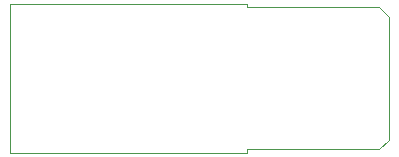
<source format=gbr>
%TF.GenerationSoftware,KiCad,Pcbnew,9.0.3*%
%TF.CreationDate,2025-08-01T16:52:08-04:00*%
%TF.ProjectId,dongle_pcb,646f6e67-6c65-45f7-9063-622e6b696361,rev?*%
%TF.SameCoordinates,Original*%
%TF.FileFunction,Profile,NP*%
%FSLAX46Y46*%
G04 Gerber Fmt 4.6, Leading zero omitted, Abs format (unit mm)*
G04 Created by KiCad (PCBNEW 9.0.3) date 2025-08-01 16:52:08*
%MOMM*%
%LPD*%
G01*
G04 APERTURE LIST*
%TA.AperFunction,Profile*%
%ADD10C,0.050000*%
%TD*%
G04 APERTURE END LIST*
D10*
X130500000Y-68800000D02*
X110400000Y-68800000D01*
X110400000Y-68800000D02*
X110400000Y-81400000D01*
X110400000Y-81400000D02*
X130500000Y-81400000D01*
X130500000Y-69080000D02*
X130500000Y-68800000D01*
X130500000Y-81400000D02*
X130500000Y-81080000D01*
%TO.C,J2*%
X130500000Y-69080000D02*
X141700000Y-69080000D01*
X130500000Y-81080000D02*
X141700000Y-81080000D01*
X142500000Y-69880000D02*
X141700000Y-69080000D01*
X142500000Y-80280000D02*
X141700000Y-81080000D01*
X142500000Y-80280000D02*
X142500000Y-69880000D01*
%TD*%
M02*

</source>
